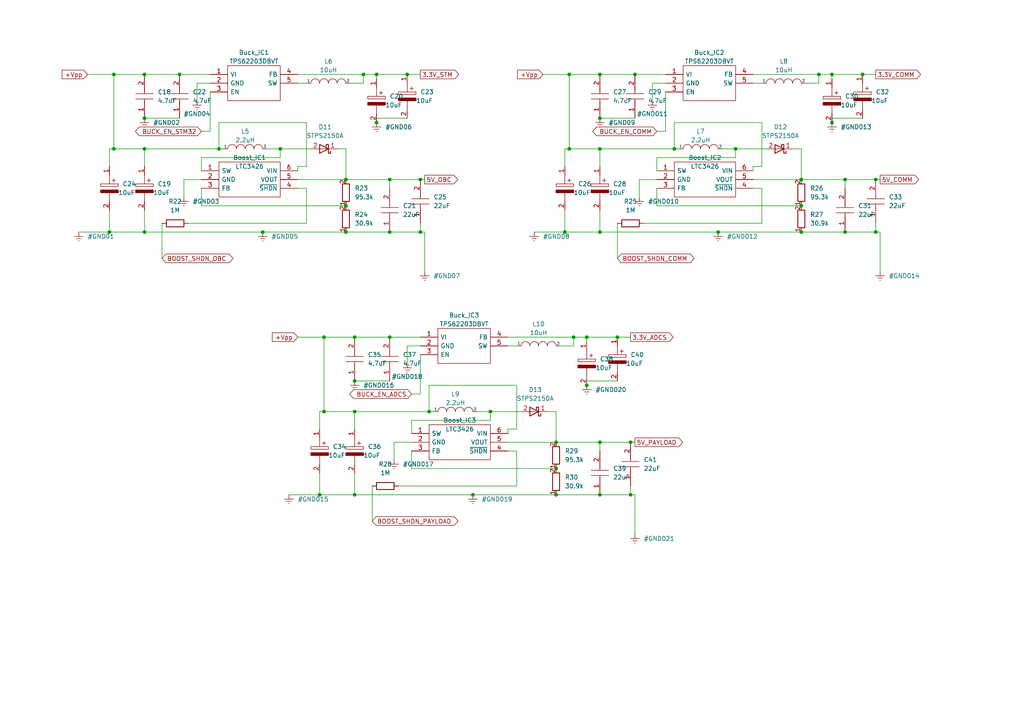
<source format=kicad_sch>
(kicad_sch (version 20230121) (generator eeschema)
  (paper "A4")
  (junction (at 250.19 21.59))
  (junction (at 173.99 43.18))
  (junction (at 245.11 67.31))
  (junction (at 137.16 143.51))
  (junction (at 232.41 52.07))
  (junction (at 109.22 21.59))
  (junction (at 81.28 43.18))
  (junction (at 245.11 52.07))
  (junction (at 102.87 110.49))
  (junction (at 173.99 143.51))
  (junction (at 213.36 43.18))
  (junction (at 237.49 21.59))
  (junction (at 173.99 128.27))
  (junction (at 161.29 135.89))
  (junction (at 93.98 97.79))
  (junction (at 173.99 34.29))
  (junction (at 113.03 52.07))
  (junction (at 142.24 119.38))
  (junction (at 170.18 111.76))
  (junction (at 182.88 128.27))
  (junction (at 63.5 43.18))
  (junction (at 52.07 21.59))
  (junction (at 121.92 67.31))
  (junction (at 100.33 52.07))
  (junction (at 173.99 21.59))
  (junction (at 92.71 143.51))
  (junction (at 100.33 67.31))
  (junction (at 102.87 143.51))
  (junction (at 118.11 21.59))
  (junction (at 163.83 67.31))
  (junction (at 165.1 21.59))
  (junction (at 41.91 21.59))
  (junction (at 41.91 34.29))
  (junction (at 76.2 67.31))
  (junction (at 100.33 59.69))
  (junction (at 232.41 59.69))
  (junction (at 166.37 97.79))
  (junction (at 113.03 67.31))
  (junction (at 31.75 67.31))
  (junction (at 241.3 35.56))
  (junction (at 93.98 119.38))
  (junction (at 102.87 97.79))
  (junction (at 232.41 67.31))
  (junction (at 184.15 21.59))
  (junction (at 124.46 119.38))
  (junction (at 179.07 97.79))
  (junction (at 109.22 35.56))
  (junction (at 105.41 21.59))
  (junction (at 195.58 43.18))
  (junction (at 161.29 143.51))
  (junction (at 33.02 21.59))
  (junction (at 121.92 52.07))
  (junction (at 208.28 67.31))
  (junction (at 41.91 43.18))
  (junction (at 161.29 128.27))
  (junction (at 41.91 67.31))
  (junction (at 254 52.07))
  (junction (at 254 67.31))
  (junction (at 113.03 97.79))
  (junction (at 170.18 97.79))
  (junction (at 165.1 43.18))
  (junction (at 241.3 21.59))
  (junction (at 182.88 143.51))
  (junction (at 33.02 43.18))
  (junction (at 102.87 119.38))
  (junction (at 173.99 67.31))
  (wire (pts (xy 165.1 21.59) (xy 165.1 43.18)))
  (wire (pts (xy 109.22 34.29) (xy 109.22 35.56)))
  (wire (pts (xy 119.38 135.89) (xy 161.29 135.89)))
  (wire (pts (xy 193.04 24.13) (xy 189.23 24.13)))
  (wire (pts (xy 254 52.07) (xy 255.27 52.07)))
  (wire (pts (xy 41.91 21.59) (xy 52.07 21.59)))
  (wire (pts (xy 109.22 21.59) (xy 118.11 21.59)))
  (wire (pts (xy 170.18 97.79) (xy 179.07 97.79)))
  (wire (pts (xy 163.83 60.96) (xy 163.83 67.31)))
  (wire (pts (xy 173.99 128.27) (xy 173.99 130.81)))
  (wire (pts (xy 161.29 143.51) (xy 173.99 143.51)))
  (wire (pts (xy 52.07 21.59) (xy 60.96 21.59)))
  (wire (pts (xy 147.32 125.73) (xy 147.32 124.46)))
  (wire (pts (xy 179.07 64.77) (xy 179.07 74.93)))
  (wire (pts (xy 208.28 67.31) (xy 232.41 67.31)))
  (wire (pts (xy 41.91 34.29) (xy 52.07 34.29)))
  (wire (pts (xy 109.22 21.59) (xy 109.22 22.86)))
  (wire (pts (xy 41.91 60.96) (xy 41.91 67.31)))
  (wire (pts (xy 86.36 21.59) (xy 105.41 21.59)))
  (wire (pts (xy 33.02 21.59) (xy 33.02 43.18)))
  (wire (pts (xy 165.1 43.18) (xy 173.99 43.18)))
  (wire (pts (xy 255.27 78.74) (xy 255.27 67.31)))
  (wire (pts (xy 60.96 38.1) (xy 58.42 38.1)))
  (wire (pts (xy 121.92 52.07) (xy 123.19 52.07)))
  (wire (pts (xy 195.58 43.18) (xy 196.85 43.18)))
  (wire (pts (xy 190.5 59.69) (xy 232.41 59.69)))
  (wire (pts (xy 163.83 48.26) (xy 163.83 43.18)))
  (wire (pts (xy 118.11 34.29) (xy 109.22 34.29)))
  (wire (pts (xy 102.87 119.38) (xy 102.87 124.46)))
  (wire (pts (xy 190.5 54.61) (xy 190.5 59.69)))
  (wire (pts (xy 173.99 143.51) (xy 182.88 143.51)))
  (wire (pts (xy 102.87 110.49) (xy 113.03 110.49)))
  (wire (pts (xy 182.88 128.27) (xy 184.15 128.27)))
  (wire (pts (xy 149.86 130.81) (xy 149.86 140.97)))
  (wire (pts (xy 147.32 130.81) (xy 149.86 130.81)))
  (wire (pts (xy 41.91 67.31) (xy 76.2 67.31)))
  (wire (pts (xy 93.98 97.79) (xy 102.87 97.79)))
  (wire (pts (xy 92.71 124.46) (xy 92.71 119.38)))
  (wire (pts (xy 92.71 143.51) (xy 102.87 143.51)))
  (wire (pts (xy 77.47 43.18) (xy 81.28 43.18)))
  (wire (pts (xy 86.36 24.13) (xy 88.9 24.13)))
  (wire (pts (xy 182.88 143.51) (xy 184.15 143.51)))
  (wire (pts (xy 218.44 21.59) (xy 237.49 21.59)))
  (wire (pts (xy 118.11 100.33) (xy 118.11 105.41)))
  (wire (pts (xy 88.9 54.61) (xy 88.9 64.77)))
  (wire (pts (xy 46.99 64.77) (xy 46.99 74.93)))
  (wire (pts (xy 63.5 35.56) (xy 63.5 43.18)))
  (wire (pts (xy 119.38 128.27) (xy 114.3 128.27)))
  (wire (pts (xy 92.71 137.16) (xy 92.71 143.51)))
  (wire (pts (xy 88.9 48.26) (xy 88.9 35.56)))
  (wire (pts (xy 33.02 43.18) (xy 41.91 43.18)))
  (wire (pts (xy 113.03 52.07) (xy 121.92 52.07)))
  (wire (pts (xy 220.98 48.26) (xy 220.98 35.56)))
  (wire (pts (xy 166.37 97.79) (xy 166.37 100.33)))
  (wire (pts (xy 254 64.77) (xy 254 67.31)))
  (wire (pts (xy 53.34 52.07) (xy 53.34 57.15)))
  (wire (pts (xy 161.29 119.38) (xy 161.29 128.27)))
  (wire (pts (xy 185.42 52.07) (xy 185.42 57.15)))
  (wire (pts (xy 165.1 21.59) (xy 173.99 21.59)))
  (wire (pts (xy 142.24 119.38) (xy 151.13 119.38)))
  (wire (pts (xy 147.32 97.79) (xy 166.37 97.79)))
  (wire (pts (xy 158.75 119.38) (xy 161.29 119.38)))
  (wire (pts (xy 184.15 154.94) (xy 184.15 143.51)))
  (wire (pts (xy 193.04 38.1) (xy 190.5 38.1)))
  (wire (pts (xy 250.19 21.59) (xy 254 21.59)))
  (wire (pts (xy 147.32 124.46) (xy 149.86 124.46)))
  (wire (pts (xy 31.75 43.18) (xy 33.02 43.18)))
  (wire (pts (xy 213.36 43.18) (xy 222.25 43.18)))
  (wire (pts (xy 190.5 45.72) (xy 213.36 45.72)))
  (wire (pts (xy 124.46 119.38) (xy 125.73 119.38)))
  (wire (pts (xy 193.04 26.67) (xy 193.04 38.1)))
  (wire (pts (xy 58.42 54.61) (xy 58.42 59.69)))
  (wire (pts (xy 220.98 35.56) (xy 195.58 35.56)))
  (wire (pts (xy 154.94 67.31) (xy 163.83 67.31)))
  (wire (pts (xy 25.4 21.59) (xy 33.02 21.59)))
  (wire (pts (xy 218.44 49.53) (xy 218.44 48.26)))
  (wire (pts (xy 237.49 21.59) (xy 237.49 24.13)))
  (wire (pts (xy 119.38 121.92) (xy 142.24 121.92)))
  (wire (pts (xy 58.42 49.53) (xy 58.42 45.72)))
  (wire (pts (xy 213.36 45.72) (xy 213.36 43.18)))
  (wire (pts (xy 31.75 48.26) (xy 31.75 43.18)))
  (wire (pts (xy 60.96 26.67) (xy 60.96 38.1)))
  (wire (pts (xy 102.87 143.51) (xy 137.16 143.51)))
  (wire (pts (xy 170.18 110.49) (xy 170.18 111.76)))
  (wire (pts (xy 147.32 100.33) (xy 149.86 100.33)))
  (wire (pts (xy 173.99 128.27) (xy 161.29 128.27)))
  (wire (pts (xy 218.44 54.61) (xy 220.98 54.61)))
  (wire (pts (xy 113.03 67.31) (xy 121.92 67.31)))
  (wire (pts (xy 63.5 43.18) (xy 64.77 43.18)))
  (wire (pts (xy 33.02 21.59) (xy 41.91 21.59)))
  (wire (pts (xy 163.83 67.31) (xy 173.99 67.31)))
  (wire (pts (xy 86.36 49.53) (xy 86.36 48.26)))
  (wire (pts (xy 58.42 52.07) (xy 53.34 52.07)))
  (wire (pts (xy 113.03 97.79) (xy 121.92 97.79)))
  (wire (pts (xy 101.6 24.13) (xy 105.41 24.13)))
  (wire (pts (xy 241.3 21.59) (xy 241.3 22.86)))
  (wire (pts (xy 173.99 43.18) (xy 195.58 43.18)))
  (wire (pts (xy 119.38 125.73) (xy 119.38 121.92)))
  (wire (pts (xy 88.9 64.77) (xy 54.61 64.77)))
  (wire (pts (xy 93.98 97.79) (xy 93.98 119.38)))
  (wire (pts (xy 100.33 43.18) (xy 100.33 52.07)))
  (wire (pts (xy 83.82 143.51) (xy 92.71 143.51)))
  (wire (pts (xy 118.11 21.59) (xy 121.92 21.59)))
  (wire (pts (xy 241.3 21.59) (xy 250.19 21.59)))
  (wire (pts (xy 58.42 45.72) (xy 81.28 45.72)))
  (wire (pts (xy 163.83 43.18) (xy 165.1 43.18)))
  (wire (pts (xy 162.56 100.33) (xy 166.37 100.33)))
  (wire (pts (xy 102.87 97.79) (xy 113.03 97.79)))
  (wire (pts (xy 123.19 78.74) (xy 123.19 67.31)))
  (wire (pts (xy 105.41 21.59) (xy 109.22 21.59)))
  (wire (pts (xy 22.86 67.31) (xy 31.75 67.31)))
  (wire (pts (xy 245.11 67.31) (xy 254 67.31)))
  (wire (pts (xy 60.96 24.13) (xy 57.15 24.13)))
  (wire (pts (xy 86.36 97.79) (xy 93.98 97.79)))
  (wire (pts (xy 241.3 34.29) (xy 241.3 35.56)))
  (wire (pts (xy 173.99 21.59) (xy 184.15 21.59)))
  (wire (pts (xy 41.91 43.18) (xy 63.5 43.18)))
  (wire (pts (xy 195.58 35.56) (xy 195.58 43.18)))
  (wire (pts (xy 220.98 64.77) (xy 186.69 64.77)))
  (wire (pts (xy 97.79 43.18) (xy 100.33 43.18)))
  (wire (pts (xy 232.41 43.18) (xy 232.41 52.07)))
  (wire (pts (xy 86.36 48.26) (xy 88.9 48.26)))
  (wire (pts (xy 245.11 52.07) (xy 245.11 54.61)))
  (wire (pts (xy 86.36 52.07) (xy 100.33 52.07)))
  (wire (pts (xy 254 67.31) (xy 255.27 67.31)))
  (wire (pts (xy 58.42 59.69) (xy 100.33 59.69)))
  (wire (pts (xy 179.07 97.79) (xy 182.88 97.79)))
  (wire (pts (xy 218.44 52.07) (xy 232.41 52.07)))
  (wire (pts (xy 31.75 60.96) (xy 31.75 67.31)))
  (wire (pts (xy 190.5 52.07) (xy 185.42 52.07)))
  (wire (pts (xy 114.3 128.27) (xy 114.3 133.35)))
  (wire (pts (xy 190.5 49.53) (xy 190.5 45.72)))
  (wire (pts (xy 124.46 111.76) (xy 124.46 119.38)))
  (wire (pts (xy 93.98 119.38) (xy 102.87 119.38)))
  (wire (pts (xy 138.43 119.38) (xy 142.24 119.38)))
  (wire (pts (xy 142.24 121.92) (xy 142.24 119.38)))
  (wire (pts (xy 245.11 52.07) (xy 254 52.07)))
  (wire (pts (xy 220.98 54.61) (xy 220.98 64.77)))
  (wire (pts (xy 184.15 21.59) (xy 193.04 21.59)))
  (wire (pts (xy 105.41 21.59) (xy 105.41 24.13)))
  (wire (pts (xy 92.71 119.38) (xy 93.98 119.38)))
  (wire (pts (xy 100.33 67.31) (xy 113.03 67.31)))
  (wire (pts (xy 218.44 24.13) (xy 220.98 24.13)))
  (wire (pts (xy 173.99 128.27) (xy 182.88 128.27)))
  (wire (pts (xy 166.37 97.79) (xy 170.18 97.79)))
  (wire (pts (xy 147.32 128.27) (xy 161.29 128.27)))
  (wire (pts (xy 121.92 102.87) (xy 121.92 114.3)))
  (wire (pts (xy 31.75 67.31) (xy 41.91 67.31)))
  (wire (pts (xy 41.91 43.18) (xy 41.91 48.26)))
  (wire (pts (xy 76.2 67.31) (xy 100.33 67.31)))
  (wire (pts (xy 229.87 43.18) (xy 232.41 43.18)))
  (wire (pts (xy 121.92 100.33) (xy 118.11 100.33)))
  (wire (pts (xy 107.95 140.97) (xy 107.95 151.13)))
  (wire (pts (xy 121.92 114.3) (xy 119.38 114.3)))
  (wire (pts (xy 173.99 43.18) (xy 173.99 48.26)))
  (wire (pts (xy 233.68 24.13) (xy 237.49 24.13)))
  (wire (pts (xy 182.88 140.97) (xy 182.88 143.51)))
  (wire (pts (xy 121.92 67.31) (xy 123.19 67.31)))
  (wire (pts (xy 113.03 52.07) (xy 100.33 52.07)))
  (wire (pts (xy 209.55 43.18) (xy 213.36 43.18)))
  (wire (pts (xy 218.44 48.26) (xy 220.98 48.26)))
  (wire (pts (xy 86.36 54.61) (xy 88.9 54.61)))
  (wire (pts (xy 81.28 43.18) (xy 90.17 43.18)))
  (wire (pts (xy 245.11 52.07) (xy 232.41 52.07)))
  (wire (pts (xy 149.86 124.46) (xy 149.86 111.76)))
  (wire (pts (xy 173.99 60.96) (xy 173.99 67.31)))
  (wire (pts (xy 149.86 140.97) (xy 115.57 140.97)))
  (wire (pts (xy 173.99 67.31) (xy 208.28 67.31)))
  (wire (pts (xy 189.23 24.13) (xy 189.23 29.21)))
  (wire (pts (xy 157.48 21.59) (xy 165.1 21.59)))
  (wire (pts (xy 113.03 52.07) (xy 113.03 54.61)))
  (wire (pts (xy 237.49 21.59) (xy 241.3 21.59)))
  (wire (pts (xy 121.92 64.77) (xy 121.92 67.31)))
  (wire (pts (xy 57.15 24.13) (xy 57.15 29.21)))
  (wire (pts (xy 102.87 137.16) (xy 102.87 143.51)))
  (wire (pts (xy 232.41 67.31) (xy 245.11 67.31)))
  (wire (pts (xy 173.99 34.29) (xy 184.15 34.29)))
  (wire (pts (xy 88.9 35.56) (xy 63.5 35.56)))
  (wire (pts (xy 102.87 119.38) (xy 124.46 119.38)))
  (wire (pts (xy 119.38 130.81) (xy 119.38 135.89)))
  (wire (pts (xy 250.19 34.29) (xy 241.3 34.29)))
  (wire (pts (xy 179.07 110.49) (xy 170.18 110.49)))
  (wire (pts (xy 149.86 111.76) (xy 124.46 111.76)))
  (wire (pts (xy 81.28 45.72) (xy 81.28 43.18)))
  (wire (pts (xy 170.18 97.79) (xy 170.18 99.06)))
  (wire (pts (xy 137.16 143.51) (xy 161.29 143.51)))
  (global_label "+Vpp" (shape input) (at 86.36 97.79 180) (property "Intersheetrefs" "${INTERSHEET_REFS}" (effects hide)))
  (global_label "5V_COMM" (shape output) (at 255.27 52.07 0) (property "Intersheetrefs" "${INTERSHEET_REFS}" (effects hide)))
  (global_label "+Vpp" (shape input) (at 157.48 21.59 180) (property "Intersheetrefs" "${INTERSHEET_REFS}" (effects hide)))
  (global_label "5V_OBC" (shape output) (at 123.19 52.07 0) (property "Intersheetrefs" "${INTERSHEET_REFS}" (effects hide)))
  (global_label "BOOST_SHDN_COMM" (shape bidirectional) (at 179.07 74.93 0) (property "Intersheetrefs" "${INTERSHEET_REFS}" (effects hide)))
  (global_label "5V_PAYLOAD" (shape output) (at 184.15 128.27 0) (property "Intersheetrefs" "${INTERSHEET_REFS}" (effects hide)))
  (global_label "BUCK_EN_ADCS" (shape bidirectional) (at 119.38 114.3 180) (property "Intersheetrefs" "${INTERSHEET_REFS}" (effects hide)))
  (global_label "3.3V_STM" (shape output) (at 121.92 21.59 0) (property "Intersheetrefs" "${INTERSHEET_REFS}" (effects hide)))
  (global_label "3.3V_COMM" (shape output) (at 254 21.59 0) (property "Intersheetrefs" "${INTERSHEET_REFS}" (effects hide)))
  (global_label "+Vpp" (shape input) (at 25.4 21.59 180) (property "Intersheetrefs" "${INTERSHEET_REFS}" (effects hide)))
  (global_label "BOOST_SHDN_PAYLOAD" (shape bidirectional) (at 107.95 151.13 0) (property "Intersheetrefs" "${INTERSHEET_REFS}" (effects hide)))
  (global_label "BOOST_SHDN_OBC" (shape bidirectional) (at 46.99 74.93 0) (property "Intersheetrefs" "${INTERSHEET_REFS}" (effects hide)))
  (global_label "BUCK_EN_COMM" (shape bidirectional) (at 190.5 38.1 180) (property "Intersheetrefs" "${INTERSHEET_REFS}" (effects hide)))
  (global_label "3.3V_ADCS" (shape output) (at 182.88 97.79 0) (property "Intersheetrefs" "${INTERSHEET_REFS}" (effects hide)))
  (global_label "BUCK_EN_STM32" (shape bidirectional) (at 58.42 38.1 180) (property "Intersheetrefs" "${INTERSHEET_REFS}" (effects hide)))
  (symbol (lib_id "Device:R") (at 50.8 64.77 270) (unit 1)
    (property "Reference" "R22" (at 50.8 58.42 90))
    (property "Value" "1M" (at 50.8 60.96 90))
    (property "Footprint" "Resistor_SMD:R_0805_2012Metric_Pad1.20x1.40mm_HandSolder" (effects hide))
    (instances (project "FinalBoardCircuits" (path "" (reference "R22") (unit 1))) (project "pcb" (path "" (reference "R2") (unit 1))) (project "1" (path "" (reference "R3") (unit 1))))
  )
  (symbol (lib_id "cap22uf:ZRB18AR61A226ME01L") (at 254 64.77 90) (unit 1)
    (property "Reference" "C33" (at 257.81 57.1499 90) (effects (justify right)))
    (property "Value" "22uF" (at 257.81 59.6899 90) (effects (justify right)))
    (property "Footprint" "Capacitor_SMD:C_0805_2012Metric_Pad1.18x1.45mm_HandSolder" (effects hide))
    (property "Datasheet" "https://datasheet.datasheetarchive.com/originals/distributors/DKDS-10/192994.pdf" (effects hide))
    (property "Description" "Murata 0603 B 22uF Ceramic Multilayer Capacitor, 10 V dc, +85C, X5R Dielectric, +/-20%" (effects hide))
    (property "Height" "1.2" (effects hide))
    (property "Mouser Part Number" "81-ZRB18AR61A226ME1L" (effects hide))
    (property "Mouser Price/Stock" "https://www.mouser.co.uk/ProductDetail/Murata-Electronics/ZRB18AR61A226ME01L?qs=5aG0NVq1C4zcCU98as8CPQ%3D%3D" (effects hide))
    (property "Manufacturer_Name" "Murata Electronics" (effects hide))
    (property "Manufacturer_Part_Number" "ZRB18AR61A226ME01L" (effects hide))
    (instances (project "FinalBoardCircuits" (path "" (reference "C33") (unit 1))) (project "pcb" (path "" (reference "C4") (unit 1))) (project "1" (path "" (reference "C2") (unit 1))))
  )
  (symbol (lib_id "Device:D_Schottky") (at 93.98 43.18 180) (unit 1)
    (property "Reference" "D11" (at 94.2975 36.83 0))
    (property "Value" "STPS2150A" (at 94.2975 39.37 0))
    (property "Footprint" "myfootprints:STPS2150A" (effects hide))
    (instances (project "FinalBoardCircuits" (path "" (reference "D11") (unit 1))) (project "pcb" (path "" (reference "D4") (unit 1))) (project "1" (path "" (reference "D1") (unit 1))))
  )
  (symbol (lib_id "Cap 4.7uf:C1210C475K4RACAUTO") (at 113.03 110.49 90) (unit 1)
    (property "Reference" "C37" (at 116.84 102.8699 90) (effects (justify right)))
    (property "Value" "4.7uF" (at 116.84 105.4099 90) (effects (justify right)))
    (property "Footprint" "Capacitor_SMD:C_0805_2012Metric_Pad1.18x1.45mm_HandSolder" (effects hide))
    (property "Datasheet" "https://content.kemet.com/datasheets/KEM_C1023_X7R_AUTO_SMD.pdf" (effects hide))
    (property "Description" "SMD Auto X7R, Ceramic, 4.7 uF, 10%, 16 VDC, 40 VDC, 125C, -55C, X7R, SMD, MLCC, Temperature Stable, Automotive Grade, 3.5 % , 106.4 MOhms, 40 mg, 1210, 3.2mm, 2.5mm, 0.9mm, 0.5mm, 4000, 78  Weeks, 80" (effects hide))
    (property "Mouser Part Number" "80-C1210C475K4RAUTO" (effects hide))
    (property "Mouser Price/Stock" "https://www.mouser.co.uk/ProductDetail/KEMET/C1210C475K4RACAUTO?qs=ds50AKTGxA%252BKRDrrpcR4kg%3D%3D" (effects hide))
    (property "Manufacturer_Name" "KEMET" (effects hide))
    (property "Manufacturer_Part_Number" "C1210C475K4RACAUTO" (effects hide))
    (instances (project "FinalBoardCircuits" (path "" (reference "C37") (unit 1))) (project "pcb" (path "" (reference "C1") (unit 1))) (project "1" (path "" (reference "C3") (unit 1))))
  )
  (symbol (lib_id "Device:R") (at 182.88 64.77 270) (unit 1)
    (property "Reference" "R25" (at 182.88 58.42 90))
    (property "Value" "1M" (at 182.88 60.96 90))
    (property "Footprint" "Resistor_SMD:R_0805_2012Metric_Pad1.20x1.40mm_HandSolder" (effects hide))
    (instances (project "FinalBoardCircuits" (path "" (reference "R25") (unit 1))) (project "pcb" (path "" (reference "R2") (unit 1))) (project "1" (path "" (reference "R3") (unit 1))))
  )
  (symbol (lib_id "pspice:INDUCTOR") (at 95.25 24.13 0) (unit 1)
    (property "Reference" "L6" (at 95.25 17.78 0))
    (property "Value" "10uH" (at 95.25 20.32 0))
    (property "Footprint" "myfootprints:B82442T1103K050" (effects hide))
    (instances (project "FinalBoardCircuits" (path "" (reference "L6") (unit 1))) (project "pcb" (path "" (reference "L4") (unit 1))) (project "1" (path "" (reference "L2") (unit 1))))
  )
  (symbol (lib_id "power:Earth") (at 118.11 105.41 0) (unit 1)
    (property "Reference" "#GND018" (at 118.11 109.22 0))
    (property "Value" "Earth" (effects hide))
    (instances (project "FinalBoardCircuits" (path "" (reference "#GND018") (unit 1))) (project "pcb" (path "" (reference "#GND06") (unit 1))) (project "1" (path "" (reference "#GND03") (unit 1))))
  )
  (symbol (lib_id "pspice:INDUCTOR") (at 132.08 119.38 0) (unit 1)
    (property "Reference" "L9" (at 132.08 114.3 0))
    (property "Value" "2.2uH" (at 132.08 116.84 0))
    (property "Footprint" "Inductor_SMD:L_0805_2012Metric_Pad1.05x1.20mm_HandSolder" (effects hide))
    (instances (project "FinalBoardCircuits" (path "" (reference "L9") (unit 1))) (project "pcb" (path "" (reference "L1") (unit 1))) (project "1" (path "" (reference "L1") (unit 1))))
  )
  (symbol (lib_id "EXTRAs:AFK106M35C12T-F") (at 109.22 22.86 270) (unit 1)
    (property "Reference" "C20" (at 113.03 27.9399 90) (effects (justify left)))
    (property "Value" "10uF" (at 111.76 30.48 90) (effects (justify left)))
    (property "Footprint" "Capacitor_SMD:C_0805_2012Metric_Pad1.18x1.45mm_HandSolder" (effects hide))
    (property "Datasheet" "http://www.cde.com/resources/catalogs/AFK.pdf" (effects hide))
    (property "Description" "Cap Aluminum Lytic 10uF 35V 20% (5 X 5.8mm) SMD 0.7 Ohm 160mA 2000h 105C T/R" (effects hide))
    (property "Height" "6.1" (effects hide))
    (property "Mouser Part Number" "598-AFK106M35C12T-F" (effects hide))
    (property "Mouser Price/Stock" "https://www.mouser.co.uk/ProductDetail/Cornell-Dubilier-CDE/AFK106M35C12T-F?qs=AYHylYxnIynAqk5QKPbEdQ%3D%3D" (effects hide))
    (property "Manufacturer_Name" "Cornell Dubilier" (effects hide))
    (property "Manufacturer_Part_Number" "AFK106M35C12T-F" (effects hide))
    (instances (project "FinalBoardCircuits" (path "" (reference "C20") (unit 1))) (project "pcb" (path "" (reference "C3") (unit 1))) (project "1" (path "" (reference "C4") (unit 1))))
  )
  (symbol (lib_id "pspice:INDUCTOR") (at 71.12 43.18 0) (unit 1)
    (property "Reference" "L5" (at 71.12 38.1 0))
    (property "Value" "2.2uH" (at 71.12 40.64 0))
    (property "Footprint" "Inductor_SMD:L_0805_2012Metric_Pad1.05x1.20mm_HandSolder" (effects hide))
    (instances (project "FinalBoardCircuits" (path "" (reference "L5") (unit 1))) (project "pcb" (path "" (reference "L1") (unit 1))) (project "1" (path "" (reference "L1") (unit 1))))
  )
  (symbol (lib_id "power:Earth") (at 123.19 78.74 0) (unit 1)
    (property "Reference" "#GND07" (at 125.73 80.0099 0) (effects (justify left)))
    (property "Value" "Earth" (effects hide))
    (instances (project "FinalBoardCircuits" (path "" (reference "#GND07") (unit 1))) (project "pcb" (path "" (reference "#GND09") (unit 1))) (project "1" (path "" (reference "#GND011") (unit 1))))
  )
  (symbol (lib_id "EXTRAs:AFK106M35C12T-F") (at 170.18 99.06 270) (unit 1)
    (property "Reference" "C38" (at 173.99 104.1399 90) (effects (justify left)))
    (property "Value" "10uF" (at 172.72 106.68 90) (effects (justify left)))
    (property "Footprint" "Capacitor_SMD:C_0805_2012Metric_Pad1.18x1.45mm_HandSolder" (effects hide))
    (property "Datasheet" "http://www.cde.com/resources/catalogs/AFK.pdf" (effects hide))
    (property "Description" "Cap Aluminum Lytic 10uF 35V 20% (5 X 5.8mm) SMD 0.7 Ohm 160mA 2000h 105C T/R" (effects hide))
    (property "Height" "6.1" (effects hide))
    (property "Mouser Part Number" "598-AFK106M35C12T-F" (effects hide))
    (property "Mouser Price/Stock" "https://www.mouser.co.uk/ProductDetail/Cornell-Dubilier-CDE/AFK106M35C12T-F?qs=AYHylYxnIynAqk5QKPbEdQ%3D%3D" (effects hide))
    (property "Manufacturer_Name" "Cornell Dubilier" (effects hide))
    (property "Manufacturer_Part_Number" "AFK106M35C12T-F" (effects hide))
    (instances (project "FinalBoardCircuits" (path "" (reference "C38") (unit 1))) (project "pcb" (path "" (reference "C3") (unit 1))) (project "1" (path "" (reference "C4") (unit 1))))
  )
  (symbol (lib_name "R_1") (lib_id "Device:R") (at 100.33 55.88 180) (unit 1)
    (property "Reference" "R23" (at 102.87 54.6099 0) (effects (justify right)))
    (property "Value" "95.3k" (at 102.87 57.1499 0) (effects (justify right)))
    (property "Footprint" "Resistor_SMD:R_0805_2012Metric_Pad1.20x1.40mm_HandSolder" (effects hide))
    (instances (project "FinalBoardCircuits" (path "" (reference "R23") (unit 1))) (project "pcb" (path "" (reference "R3") (unit 1))) (project "1" (path "" (reference "R1") (unit 1))))
  )
  (symbol (lib_id "power:Earth") (at 184.15 154.94 0) (unit 1)
    (property "Reference" "#GND021" (at 186.69 156.2099 0) (effects (justify left)))
    (property "Value" "Earth" (effects hide))
    (instances (project "FinalBoardCircuits" (path "" (reference "#GND021") (unit 1))) (project "pcb" (path "" (reference "#GND09") (unit 1))) (project "1" (path "" (reference "#GND011") (unit 1))))
  )
  (symbol (lib_id "EXTRAs:AFK106M35C12T-F") (at 118.11 21.59 270) (unit 1)
    (property "Reference" "C23" (at 121.92 26.6699 90) (effects (justify left)))
    (property "Value" "10uF" (at 120.65 29.21 90) (effects (justify left)))
    (property "Footprint" "Capacitor_SMD:C_0805_2012Metric_Pad1.18x1.45mm_HandSolder" (effects hide))
    (property "Datasheet" "http://www.cde.com/resources/catalogs/AFK.pdf" (effects hide))
    (property "Description" "Cap Aluminum Lytic 10uF 35V 20% (5 X 5.8mm) SMD 0.7 Ohm 160mA 2000h 105C T/R" (effects hide))
    (property "Height" "6.1" (effects hide))
    (property "Mouser Part Number" "598-AFK106M35C12T-F" (effects hide))
    (property "Mouser Price/Stock" "https://www.mouser.co.uk/ProductDetail/Cornell-Dubilier-CDE/AFK106M35C12T-F?qs=AYHylYxnIynAqk5QKPbEdQ%3D%3D" (effects hide))
    (property "Manufacturer_Name" "Cornell Dubilier" (effects hide))
    (property "Manufacturer_Part_Number" "AFK106M35C12T-F" (effects hide))
    (instances (project "FinalBoardCircuits" (path "" (reference "C23") (unit 1))) (project "pcb" (path "" (reference "C3") (unit 1))) (project "1" (path "" (reference "C4") (unit 1))))
  )
  (symbol (lib_id "Cap 4.7uf:C1210C475K4RACAUTO") (at 102.87 110.49 90) (unit 1)
    (property "Reference" "C35" (at 106.68 102.8699 90) (effects (justify right)))
    (property "Value" "4.7uF" (at 106.68 105.4099 90) (effects (justify right)))
    (property "Footprint" "Capacitor_SMD:C_0805_2012Metric_Pad1.18x1.45mm_HandSolder" (effects hide))
    (property "Datasheet" "https://content.kemet.com/datasheets/KEM_C1023_X7R_AUTO_SMD.pdf" (effects hide))
    (property "Description" "SMD Auto X7R, Ceramic, 4.7 uF, 10%, 16 VDC, 40 VDC, 125C, -55C, X7R, SMD, MLCC, Temperature Stable, Automotive Grade, 3.5 % , 106.4 MOhms, 40 mg, 1210, 3.2mm, 2.5mm, 0.9mm, 0.5mm, 4000, 78  Weeks, 80" (effects hide))
    (property "Mouser Part Number" "80-C1210C475K4RAUTO" (effects hide))
    (property "Mouser Price/Stock" "https://www.mouser.co.uk/ProductDetail/KEMET/C1210C475K4RACAUTO?qs=ds50AKTGxA%252BKRDrrpcR4kg%3D%3D" (effects hide))
    (property "Manufacturer_Name" "KEMET" (effects hide))
    (property "Manufacturer_Part_Number" "C1210C475K4RACAUTO" (effects hide))
    (instances (project "FinalBoardCircuits" (path "" (reference "C35") (unit 1))) (project "pcb" (path "" (reference "C1") (unit 1))) (project "1" (path "" (reference "C3") (unit 1))))
  )
  (symbol (lib_id "EXTRAs:AFK106M35C12T-F") (at 250.19 21.59 270) (unit 1)
    (property "Reference" "C32" (at 254 26.6699 90) (effects (justify left)))
    (property "Value" "10uF" (at 252.73 29.21 90) (effects (justify left)))
    (property "Footprint" "Capacitor_SMD:C_0805_2012Metric_Pad1.18x1.45mm_HandSolder" (effects hide))
    (property "Datasheet" "http://www.cde.com/resources/catalogs/AFK.pdf" (effects hide))
    (property "Description" "Cap Aluminum Lytic 10uF 35V 20% (5 X 5.8mm) SMD 0.7 Ohm 160mA 2000h 105C T/R" (effects hide))
    (property "Height" "6.1" (effects hide))
    (property "Mouser Part Number" "598-AFK106M35C12T-F" (effects hide))
    (property "Mouser Price/Stock" "https://www.mouser.co.uk/ProductDetail/Cornell-Dubilier-CDE/AFK106M35C12T-F?qs=AYHylYxnIynAqk5QKPbEdQ%3D%3D" (effects hide))
    (property "Manufacturer_Name" "Cornell Dubilier" (effects hide))
    (property "Manufacturer_Part_Number" "AFK106M35C12T-F" (effects hide))
    (instances (project "FinalBoardCircuits" (path "" (reference "C32") (unit 1))) (project "pcb" (path "" (reference "C3") (unit 1))) (project "1" (path "" (reference "C4") (unit 1))))
  )
  (symbol (lib_id "Device:D_Schottky") (at 154.94 119.38 180) (unit 1)
    (property "Reference" "D13" (at 155.2575 113.03 0))
    (property "Value" "STPS2150A" (at 155.2575 115.57 0))
    (property "Footprint" "myfootprints:STPS2150A" (effects hide))
    (instances (project "FinalBoardCircuits" (path "" (reference "D13") (unit 1))) (project "pcb" (path "" (reference "D4") (unit 1))) (project "1" (path "" (reference "D1") (unit 1))))
  )
  (symbol (lib_id "Cap 4.7uf:C1210C475K4RACAUTO") (at 41.91 34.29 90) (unit 1)
    (property "Reference" "C18" (at 45.72 26.6699 90) (effects (justify right)))
    (property "Value" "4.7uF" (at 45.72 29.2099 90) (effects (justify right)))
    (property "Footprint" "Capacitor_SMD:C_0805_2012Metric_Pad1.18x1.45mm_HandSolder" (effects hide))
    (property "Datasheet" "https://content.kemet.com/datasheets/KEM_C1023_X7R_AUTO_SMD.pdf" (effects hide))
    (property "Description" "SMD Auto X7R, Ceramic, 4.7 uF, 10%, 16 VDC, 40 VDC, 125C, -55C, X7R, SMD, MLCC, Temperature Stable, Automotive Grade, 3.5 % , 106.4 MOhms, 40 mg, 1210, 3.2mm, 2.5mm, 0.9mm, 0.5mm, 4000, 78  Weeks, 80" (effects hide))
    (property "Mouser Part Number" "80-C1210C475K4RAUTO" (effects hide))
    (property "Mouser Price/Stock" "https://www.mouser.co.uk/ProductDetail/KEMET/C1210C475K4RACAUTO?qs=ds50AKTGxA%252BKRDrrpcR4kg%3D%3D" (effects hide))
    (property "Manufacturer_Name" "KEMET" (effects hide))
    (property "Manufacturer_Part_Number" "C1210C475K4RACAUTO" (effects hide))
    (instances (project "FinalBoardCircuits" (path "" (reference "C18") (unit 1))) (project "pcb" (path "" (reference "C1") (unit 1))) (project "1" (path "" (reference "C3") (unit 1))))
  )
  (symbol (lib_id "power:Earth") (at 41.91 34.29 0) (unit 1)
    (property "Reference" "#GND02" (at 44.45 35.5599 0) (effects (justify left)))
    (property "Value" "Earth" (effects hide))
    (instances (project "FinalBoardCircuits" (path "" (reference "#GND02") (unit 1))) (project "pcb" (path "" (reference "#GND04") (unit 1))) (project "1" (path "" (reference "#GND01") (unit 1))))
  )
  (symbol (lib_id "Device:R") (at 111.76 140.97 270) (unit 1)
    (property "Reference" "R28" (at 111.76 134.62 90))
    (property "Value" "1M" (at 111.76 137.16 90))
    (property "Footprint" "Resistor_SMD:R_0805_2012Metric_Pad1.20x1.40mm_HandSolder" (effects hide))
    (instances (project "FinalBoardCircuits" (path "" (reference "R28") (unit 1))) (project "pcb" (path "" (reference "R2") (unit 1))) (project "1" (path "" (reference "R3") (unit 1))))
  )
  (symbol (lib_id "pspice:INDUCTOR") (at 227.33 24.13 0) (unit 1)
    (property "Reference" "L8" (at 227.33 17.78 0))
    (property "Value" "10uH" (at 227.33 20.32 0))
    (property "Footprint" "myfootprints:B82442T1103K050" (effects hide))
    (instances (project "FinalBoardCircuits" (path "" (reference "L8") (unit 1))) (project "pcb" (path "" (reference "L4") (unit 1))) (project "1" (path "" (reference "L2") (unit 1))))
  )
  (symbol (lib_id "power:Earth") (at 83.82 143.51 0) (unit 1)
    (property "Reference" "#GND015" (at 86.36 144.7799 0) (effects (justify left)))
    (property "Value" "Earth" (effects hide))
    (instances (project "FinalBoardCircuits" (path "" (reference "#GND015") (unit 1))) (project "pcb" (path "" (reference "#GND026") (unit 1))) (project "1" (path "" (reference "#GND011") (unit 1))))
  )
  (symbol (lib_id "power:Earth") (at 76.2 67.31 0) (unit 1)
    (property "Reference" "#GND05" (at 78.74 68.5799 0) (effects (justify left)))
    (property "Value" "Earth" (effects hide))
    (instances (project "FinalBoardCircuits" (path "" (reference "#GND05") (unit 1))) (project "pcb" (path "" (reference "#GND07") (unit 1))) (project "1" (path "" (reference "#GND04") (unit 1))))
  )
  (symbol (lib_id "power:Earth") (at 154.94 67.31 0) (unit 1)
    (property "Reference" "#GND08" (at 157.48 68.5799 0) (effects (justify left)))
    (property "Value" "Earth" (effects hide))
    (instances (project "FinalBoardCircuits" (path "" (reference "#GND08") (unit 1))) (project "pcb" (path "" (reference "#GND026") (unit 1))) (project "1" (path "" (reference "#GND011") (unit 1))))
  )
  (symbol (lib_id "cap22uf:ZRB18AR61A226ME01L") (at 182.88 140.97 90) (unit 1)
    (property "Reference" "C41" (at 186.69 133.3499 90) (effects (justify right)))
    (property "Value" "22uF" (at 186.69 135.8899 90) (effects (justify right)))
    (property "Footprint" "Capacitor_SMD:C_0805_2012Metric_Pad1.18x1.45mm_HandSolder" (effects hide))
    (property "Datasheet" "https://datasheet.datasheetarchive.com/originals/distributors/DKDS-10/192994.pdf" (effects hide))
    (property "Description" "Murata 0603 B 22uF Ceramic Multilayer Capacitor, 10 V dc, +85C, X5R Dielectric, +/-20%" (effects hide))
    (property "Height" "1.2" (effects hide))
    (property "Mouser Part Number" "81-ZRB18AR61A226ME1L" (effects hide))
    (property "Mouser Price/Stock" "https://www.mouser.co.uk/ProductDetail/Murata-Electronics/ZRB18AR61A226ME01L?qs=5aG0NVq1C4zcCU98as8CPQ%3D%3D" (effects hide))
    (property "Manufacturer_Name" "Murata Electronics" (effects hide))
    (property "Manufacturer_Part_Number" "ZRB18AR61A226ME01L" (effects hide))
    (instances (project "FinalBoardCircuits" (path "" (reference "C41") (unit 1))) (project "pcb" (path "" (reference "C4") (unit 1))) (project "1" (path "" (reference "C2") (unit 1))))
  )
  (symbol (lib_id "boost sat:LTC3426ES6#TRMPBF") (at 190.5 49.53 0) (unit 1)
    (property "Reference" "Boost_IC2" (at 204.47 45.72 0))
    (property "Value" "LTC3426" (at 204.47 48.26 0))
    (property "Footprint" "NaveenSymbols:SOT95P280X90-6N" (effects hide))
    (property "Datasheet" "https://componentsearchengine.com/Datasheets/1/LTC3426ES6#TRMPBF.pdf" (effects hide))
    (property "Description" "Linear Technology LTC3426ES6#TRMPBF, Step Up DC-DC Converter, Adjustable, 2.25  5 V 6-Pin, TSOT-23" (effects hide))
    (property "Height" "0.9" (effects hide))
    (property "Mouser Part Number" "584-LTC3426ES6TRMPBF" (effects hide))
    (property "Mouser Price/Stock" "https://www.mouser.com/Search/Refine.aspx?Keyword=584-LTC3426ES6TRMPBF" (effects hide))
    (property "Manufacturer_Name" "Analog Devices" (effects hide))
    (property "Manufacturer_Part_Number" "LTC3426ES6#TRMPBF" (effects hide))
    (instances (project "FinalBoardCircuits" (path "" (reference "Boost_IC2") (unit 1))) (project "pcb" (path "" (reference "Boost_IC1") (unit 1))) (project "1" (path "" (reference "Boost_IC1") (unit 1))))
  )
  (symbol (lib_id "pspice:INDUCTOR") (at 203.2 43.18 0) (unit 1)
    (property "Reference" "L7" (at 203.2 38.1 0))
    (property "Value" "2.2uH" (at 203.2 40.64 0))
    (property "Footprint" "Inductor_SMD:L_0805_2012Metric_Pad1.05x1.20mm_HandSolder" (effects hide))
    (instances (project "FinalBoardCircuits" (path "" (reference "L7") (unit 1))) (project "pcb" (path "" (reference "L1") (unit 1))) (project "1" (path "" (reference "L1") (unit 1))))
  )
  (symbol (lib_id "power:Earth") (at 208.28 67.31 0) (unit 1)
    (property "Reference" "#GND012" (at 210.82 68.5799 0) (effects (justify left)))
    (property "Value" "Earth" (effects hide))
    (instances (project "FinalBoardCircuits" (path "" (reference "#GND012") (unit 1))) (project "pcb" (path "" (reference "#GND07") (unit 1))) (project "1" (path "" (reference "#GND04") (unit 1))))
  )
  (symbol (lib_id "power:Earth") (at 241.3 35.56 0) (unit 1)
    (property "Reference" "#GND013" (at 243.84 36.8299 0) (effects (justify left)))
    (property "Value" "Earth" (effects hide))
    (instances (project "FinalBoardCircuits" (path "" (reference "#GND013") (unit 1))) (project "pcb" (path "" (reference "#GND08") (unit 1))) (project "1" (path "" (reference "#GND05") (unit 1))))
  )
  (symbol (lib_id "EXTRAs:AFK106M35C12T-F") (at 241.3 22.86 270) (unit 1)
    (property "Reference" "C30" (at 245.11 27.9399 90) (effects (justify left)))
    (property "Value" "10uF" (at 243.84 30.48 90) (effects (justify left)))
    (property "Footprint" "Capacitor_SMD:C_0805_2012Metric_Pad1.18x1.45mm_HandSolder" (effects hide))
    (property "Datasheet" "http://www.cde.com/resources/catalogs/AFK.pdf" (effects hide))
    (property "Description" "Cap Aluminum Lytic 10uF 35V 20% (5 X 5.8mm) SMD 0.7 Ohm 160mA 2000h 105C T/R" (effects hide))
    (property "Height" "6.1" (effects hide))
    (property "Mouser Part Number" "598-AFK106M35C12T-F" (effects hide))
    (property "Mouser Price/Stock" "https://www.mouser.co.uk/ProductDetail/Cornell-Dubilier-CDE/AFK106M35C12T-F?qs=AYHylYxnIynAqk5QKPbEdQ%3D%3D" (effects hide))
    (property "Manufacturer_Name" "Cornell Dubilier" (effects hide))
    (property "Manufacturer_Part_Number" "AFK106M35C12T-F" (effects hide))
    (instances (project "FinalBoardCircuits" (path "" (reference "C30") (unit 1))) (project "pcb" (path "" (reference "C3") (unit 1))) (project "1" (path "" (reference "C4") (unit 1))))
  )
  (symbol (lib_id "power:Earth") (at 255.27 78.74 0) (unit 1)
    (property "Reference" "#GND014" (at 257.81 80.0099 0) (effects (justify left)))
    (property "Value" "Earth" (effects hide))
    (instances (project "FinalBoardCircuits" (path "" (reference "#GND014") (unit 1))) (project "pcb" (path "" (reference "#GND09") (unit 1))) (project "1" (path "" (reference "#GND011") (unit 1))))
  )
  (symbol (lib_id "power:Earth") (at 53.34 57.15 0) (unit 1)
    (property "Reference" "#GND03" (at 55.88 58.4199 0) (effects (justify left)))
    (property "Value" "Earth" (effects hide))
    (instances (project "FinalBoardCircuits" (path "" (reference "#GND03") (unit 1))) (project "pcb" (path "" (reference "#GND05") (unit 1))) (project "1" (path "" (reference "#GND02") (unit 1))))
  )
  (symbol (lib_id "EXTRAs:AFK106M35C12T-F") (at 92.71 124.46 270) (unit 1)
    (property "Reference" "C34" (at 96.52 129.5399 90) (effects (justify left)))
    (property "Value" "10uF" (at 95.25 132.08 90) (effects (justify left)))
    (property "Footprint" "Capacitor_SMD:C_0805_2012Metric_Pad1.18x1.45mm_HandSolder" (effects hide))
    (property "Datasheet" "http://www.cde.com/resources/catalogs/AFK.pdf" (effects hide))
    (property "Description" "Cap Aluminum Lytic 10uF 35V 20% (5 X 5.8mm) SMD 0.7 Ohm 160mA 2000h 105C T/R" (effects hide))
    (property "Height" "6.1" (effects hide))
    (property "Mouser Part Number" "598-AFK106M35C12T-F" (effects hide))
    (property "Mouser Price/Stock" "https://www.mouser.co.uk/ProductDetail/Cornell-Dubilier-CDE/AFK106M35C12T-F?qs=AYHylYxnIynAqk5QKPbEdQ%3D%3D" (effects hide))
    (property "Manufacturer_Name" "Cornell Dubilier" (effects hide))
    (property "Manufacturer_Part_Number" "AFK106M35C12T-F" (effects hide))
    (instances (project "FinalBoardCircuits" (path "" (reference "C34") (unit 1))) (project "pcb" (path "" (reference "C2") (unit 1))) (project "1" (path "" (reference "C1") (unit 1))))
  )
  (symbol (lib_id "Cap 4.7uf:C1210C475K4RACAUTO") (at 52.07 34.29 90) (unit 1)
    (property "Reference" "C22" (at 55.88 26.6699 90) (effects (justify right)))
    (property "Value" "4.7uF" (at 55.88 29.2099 90) (effects (justify right)))
    (property "Footprint" "Capacitor_SMD:C_0805_2012Metric_Pad1.18x1.45mm_HandSolder" (effects hide))
    (property "Datasheet" "https://content.kemet.com/datasheets/KEM_C1023_X7R_AUTO_SMD.pdf" (effects hide))
    (property "Description" "SMD Auto X7R, Ceramic, 4.7 uF, 10%, 16 VDC, 40 VDC, 125C, -55C, X7R, SMD, MLCC, Temperature Stable, Automotive Grade, 3.5 % , 106.4 MOhms, 40 mg, 1210, 3.2mm, 2.5mm, 0.9mm, 0.5mm, 4000, 78  Weeks, 80" (effects hide))
    (property "Mouser Part Number" "80-C1210C475K4RAUTO" (effects hide))
    (property "Mouser Price/Stock" "https://www.mouser.co.uk/ProductDetail/KEMET/C1210C475K4RACAUTO?qs=ds50AKTGxA%252BKRDrrpcR4kg%3D%3D" (effects hide))
    (property "Manufacturer_Name" "KEMET" (effects hide))
    (property "Manufacturer_Part_Number" "C1210C475K4RACAUTO" (effects hide))
    (instances (project "FinalBoardCircuits" (path "" (reference "C22") (unit 1))) (project "pcb" (path "" (reference "C1") (unit 1))) (project "1" (path "" (reference "C3") (unit 1))))
  )
  (symbol (lib_id "power:Earth") (at 189.23 29.21 0) (unit 1)
    (property "Reference" "#GND011" (at 189.23 33.02 0))
    (property "Value" "Earth" (effects hide))
    (instances (project "FinalBoardCircuits" (path "" (reference "#GND011") (unit 1))) (project "pcb" (path "" (reference "#GND06") (unit 1))) (project "1" (path "" (reference "#GND03") (unit 1))))
  )
  (symbol (lib_id "power:Earth") (at 137.16 143.51 0) (unit 1)
    (property "Reference" "#GND019" (at 139.7 144.7799 0) (effects (justify left)))
    (property "Value" "Earth" (effects hide))
    (instances (project "FinalBoardCircuits" (path "" (reference "#GND019") (unit 1))) (project "pcb" (path "" (reference "#GND07") (unit 1))) (project "1" (path "" (reference "#GND04") (unit 1))))
  )
  (symbol (lib_id "cap22uf:ZRB18AR61A226ME01L") (at 245.11 67.31 90) (unit 1)
    (property "Reference" "C31" (at 248.92 59.6899 90) (effects (justify right)))
    (property "Value" "22uF" (at 248.92 62.2299 90) (effects (justify right)))
    (property "Footprint" "Capacitor_SMD:C_0805_2012Metric_Pad1.18x1.45mm_HandSolder" (effects hide))
    (property "Datasheet" "https://datasheet.datasheetarchive.com/originals/distributors/DKDS-10/192994.pdf" (effects hide))
    (property "Description" "Murata 0603 B 22uF Ceramic Multilayer Capacitor, 10 V dc, +85C, X5R Dielectric, +/-20%" (effects hide))
    (property "Height" "1.2" (effects hide))
    (property "Mouser Part Number" "81-ZRB18AR61A226ME1L" (effects hide))
    (property "Mouser Price/Stock" "https://www.mouser.co.uk/ProductDetail/Murata-Electronics/ZRB18AR61A226ME01L?qs=5aG0NVq1C4zcCU98as8CPQ%3D%3D" (effects hide))
    (property "Manufacturer_Name" "Murata Electronics" (effects hide))
    (property "Manufacturer_Part_Number" "ZRB18AR61A226ME01L" (effects hide))
    (instances (project "FinalBoardCircuits" (path "" (reference "C31") (unit 1))) (project "pcb" (path "" (reference "C4") (unit 1))) (project "1" (path "" (reference "C2") (unit 1))))
  )
  (symbol (lib_id "power:Earth") (at 57.15 29.21 0) (unit 1)
    (property "Reference" "#GND04" (at 57.15 33.02 0))
    (property "Value" "Earth" (effects hide))
    (instances (project "FinalBoardCircuits" (path "" (reference "#GND04") (unit 1))) (project "pcb" (path "" (reference "#GND06") (unit 1))) (project "1" (path "" (reference "#GND03") (unit 1))))
  )
  (symbol (lib_id "cap22uf:ZRB18AR61A226ME01L") (at 121.92 64.77 90) (unit 1)
    (property "Reference" "C25" (at 125.73 57.1499 90) (effects (justify right)))
    (property "Value" "22uF" (at 125.73 59.6899 90) (effects (justify right)))
    (property "Footprint" "Capacitor_SMD:C_0805_2012Metric_Pad1.18x1.45mm_HandSolder" (effects hide))
    (property "Datasheet" "https://datasheet.datasheetarchive.com/originals/distributors/DKDS-10/192994.pdf" (effects hide))
    (property "Description" "Murata 0603 B 22uF Ceramic Multilayer Capacitor, 10 V dc, +85C, X5R Dielectric, +/-20%" (effects hide))
    (property "Height" "1.2" (effects hide))
    (property "Mouser Part Number" "81-ZRB18AR61A226ME1L" (effects hide))
    (property "Mouser Price/Stock" "https://www.mouser.co.uk/ProductDetail/Murata-Electronics/ZRB18AR61A226ME01L?qs=5aG0NVq1C4zcCU98as8CPQ%3D%3D" (effects hide))
    (property "Manufacturer_Name" "Murata Electronics" (effects hide))
    (property "Manufacturer_Part_Number" "ZRB18AR61A226ME01L" (effects hide))
    (instances (project "FinalBoardCircuits" (path "" (reference "C25") (unit 1))) (project "pcb" (path "" (reference "C4") (unit 1))) (project "1" (path "" (reference "C2") (unit 1))))
  )
  (symbol (lib_id "Cap 4.7uf:C1210C475K4RACAUTO") (at 173.99 34.29 90) (unit 1)
    (property "Reference" "C27" (at 177.8 26.6699 90) (effects (justify right)))
    (property "Value" "4.7uF" (at 177.8 29.2099 90) (effects (justify right)))
    (property "Footprint" "Capacitor_SMD:C_0805_2012Metric_Pad1.18x1.45mm_HandSolder" (effects hide))
    (property "Datasheet" "https://content.kemet.com/datasheets/KEM_C1023_X7R_AUTO_SMD.pdf" (effects hide))
    (property "Description" "SMD Auto X7R, Ceramic, 4.7 uF, 10%, 16 VDC, 40 VDC, 125C, -55C, X7R, SMD, MLCC, Temperature Stable, Automotive Grade, 3.5 % , 106.4 MOhms, 40 mg, 1210, 3.2mm, 2.5mm, 0.9mm, 0.5mm, 4000, 78  Weeks, 80" (effects hide))
    (property "Mouser Part Number" "80-C1210C475K4RAUTO" (effects hide))
    (property "Mouser Price/Stock" "https://www.mouser.co.uk/ProductDetail/KEMET/C1210C475K4RACAUTO?qs=ds50AKTGxA%252BKRDrrpcR4kg%3D%3D" (effects hide))
    (property "Manufacturer_Name" "KEMET" (effects hide))
    (property "Manufacturer_Part_Number" "C1210C475K4RACAUTO" (effects hide))
    (instances (project "FinalBoardCircuits" (path "" (reference "C27") (unit 1))) (project "pcb" (path "" (reference "C1") (unit 1))) (project "1" (path "" (reference "C3") (unit 1))))
  )
  (symbol (lib_name "R_1") (lib_id "Device:R") (at 161.29 132.08 180) (unit 1)
    (property "Reference" "R29" (at 163.83 130.8099 0) (effects (justify right)))
    (property "Value" "95.3k" (at 163.83 133.3499 0) (effects (justify right)))
    (property "Footprint" "Resistor_SMD:R_0805_2012Metric_Pad1.20x1.40mm_HandSolder" (effects hide))
    (instances (project "FinalBoardCircuits" (path "" (reference "R29") (unit 1))) (project "pcb" (path "" (reference "R3") (unit 1))) (project "1" (path "" (reference "R1") (unit 1))))
  )
  (symbol (lib_id "power:Earth") (at 173.99 34.29 0) (unit 1)
    (property "Reference" "#GND09" (at 176.53 35.5599 0) (effects (justify left)))
    (property "Value" "Earth" (effects hide))
    (instances (project "FinalBoardCircuits" (path "" (reference "#GND09") (unit 1))) (project "pcb" (path "" (reference "#GND04") (unit 1))) (project "1" (path "" (reference "#GND01") (unit 1))))
  )
  (symbol (lib_name "R_2") (lib_id "Device:R") (at 100.33 63.5 180) (unit 1)
    (property "Reference" "R24" (at 102.87 62.2299 0) (effects (justify right)))
    (property "Value" "30.9k" (at 102.87 64.7699 0) (effects (justify right)))
    (property "Footprint" "Resistor_SMD:R_0805_2012Metric_Pad1.20x1.40mm_HandSolder" (effects hide))
    (instances (project "FinalBoardCircuits" (path "" (reference "R24") (unit 1))) (project "pcb" (path "" (reference "R4") (unit 1))) (project "1" (path "" (reference "R2") (unit 1))))
  )
  (symbol (lib_id "EXTRAs:AFK106M35C12T-F") (at 102.87 124.46 270) (unit 1)
    (property "Reference" "C36" (at 106.68 129.5399 90) (effects (justify left)))
    (property "Value" "10uF" (at 105.41 132.08 90) (effects (justify left)))
    (property "Footprint" "Capacitor_SMD:C_0805_2012Metric_Pad1.18x1.45mm_HandSolder" (effects hide))
    (property "Datasheet" "http://www.cde.com/resources/catalogs/AFK.pdf" (effects hide))
    (property "Description" "Cap Aluminum Lytic 10uF 35V 20% (5 X 5.8mm) SMD 0.7 Ohm 160mA 2000h 105C T/R" (effects hide))
    (property "Height" "6.1" (effects hide))
    (property "Mouser Part Number" "598-AFK106M35C12T-F" (effects hide))
    (property "Mouser Price/Stock" "https://www.mouser.co.uk/ProductDetail/Cornell-Dubilier-CDE/AFK106M35C12T-F?qs=AYHylYxnIynAqk5QKPbEdQ%3D%3D" (effects hide))
    (property "Manufacturer_Name" "Cornell Dubilier" (effects hide))
    (property "Manufacturer_Part_Number" "AFK106M35C12T-F" (effects hide))
    (instances (project "FinalBoardCircuits" (path "" (reference "C36") (unit 1))) (project "pcb" (path "" (reference "C2") (unit 1))) (project "1" (path "" (reference "C1") (unit 1))))
  )
  (symbol (lib_id "power:Earth") (at 22.86 67.31 0) (unit 1)
    (property "Reference" "#GND01" (at 25.4 68.5799 0) (effects (justify left)))
    (property "Value" "Earth" (effects hide))
    (instances (project "FinalBoardCircuits" (path "" (reference "#GND01") (unit 1))) (project "pcb" (path "" (reference "#GND026") (unit 1))) (project "1" (path "" (reference "#GND011") (unit 1))))
  )
  (symbol (lib_name "R_2") (lib_id "Device:R") (at 232.41 63.5 180) (unit 1)
    (property "Reference" "R27" (at 234.95 62.2299 0) (effects (justify right)))
    (property "Value" "30.9k" (at 234.95 64.7699 0) (effects (justify right)))
    (property "Footprint" "Resistor_SMD:R_0805_2012Metric_Pad1.20x1.40mm_HandSolder" (effects hide))
    (instances (project "FinalBoardCircuits" (path "" (reference "R27") (unit 1))) (project "pcb" (path "" (reference "R4") (unit 1))) (project "1" (path "" (reference "R2") (unit 1))))
  )
  (symbol (lib_id "EXTRAs:AFK106M35C12T-F") (at 179.07 97.79 270) (unit 1)
    (property "Reference" "C40" (at 182.88 102.8699 90) (effects (justify left)))
    (property "Value" "10uF" (at 181.61 105.41 90) (effects (justify left)))
    (property "Footprint" "Capacitor_SMD:C_0805_2012Metric_Pad1.18x1.45mm_HandSolder" (effects hide))
    (property "Datasheet" "http://www.cde.com/resources/catalogs/AFK.pdf" (effects hide))
    (property "Description" "Cap Aluminum Lytic 10uF 35V 20% (5 X 5.8mm) SMD 0.7 Ohm 160mA 2000h 105C T/R" (effects hide))
    (property "Height" "6.1" (effects hide))
    (property "Mouser Part Number" "598-AFK106M35C12T-F" (effects hide))
    (property "Mouser Price/Stock" "https://www.mouser.co.uk/ProductDetail/Cornell-Dubilier-CDE/AFK106M35C12T-F?qs=AYHylYxnIynAqk5QKPbEdQ%3D%3D" (effects hide))
    (property "Manufacturer_Name" "Cornell Dubilier" (effects hide))
    (property "Manufacturer_Part_Number" "AFK106M35C12T-F" (effects hide))
    (instances (project "FinalBoardCircuits" (path "" (reference "C40") (unit 1))) (project "pcb" (path "" (reference "C3") (unit 1))) (project "1" (path "" (reference "C4") (unit 1))))
  )
  (symbol (lib_id "cap22uf:ZRB18AR61A226ME01L") (at 173.99 143.51 90) (unit 1)
    (property "Reference" "C39" (at 177.8 135.8899 90) (effects (justify right)))
    (property "Value" "22uF" (at 177.8 138.4299 90) (effects (justify right)))
    (property "Footprint" "Capacitor_SMD:C_0805_2012Metric_Pad1.18x1.45mm_HandSolder" (effects hide))
    (property "Datasheet" "https://datasheet.datasheetarchive.com/originals/distributors/DKDS-10/192994.pdf" (effects hide))
    (property "Description" "Murata 0603 B 22uF Ceramic Multilayer Capacitor, 10 V dc, +85C, X5R Dielectric, +/-20%" (effects hide))
    (property "Height" "1.2" (effects hide))
    (property "Mouser Part Number" "81-ZRB18AR61A226ME1L" (effects hide))
    (property "Mouser Price/Stock" "https://www.mouser.co.uk/ProductDetail/Murata-Electronics/ZRB18AR61A226ME01L?qs=5aG0NVq1C4zcCU98as8CPQ%3D%3D" (effects hide))
    (property "Manufacturer_Name" "Murata Electronics" (effects hide))
    (property "Manufacturer_Part_Number" "ZRB18AR61A226ME01L" (effects hide))
    (instances (project "FinalBoardCircuits" (path "" (reference "C39") (unit 1))) (project "pcb" (path "" (reference "C4") (unit 1))) (project "1" (path "" (reference "C2") (unit 1))))
  )
  (symbol (lib_name "R_2") (lib_id "Device:R") (at 161.29 139.7 180) (unit 1)
    (property "Reference" "R30" (at 163.83 138.4299 0) (effects (justify right)))
    (property "Value" "30.9k" (at 163.83 140.9699 0) (effects (justify right)))
    (property "Footprint" "Resistor_SMD:R_0805_2012Metric_Pad1.20x1.40mm_HandSolder" (effects hide))
    (instances (project "FinalBoardCircuits" (path "" (reference "R30") (unit 1))) (project "pcb" (path "" (reference "R4") (unit 1))) (project "1" (path "" (reference "R2") (unit 1))))
  )
  (symbol (lib_id "pspice:INDUCTOR") (at 156.21 100.33 0) (unit 1)
    (property "Reference" "L10" (at 156.21 93.98 0))
    (property "Value" "10uH" (at 156.21 96.52 0))
    (property "Footprint" "myfootprints:B82442T1103K050" (effects hide))
    (instances (project "FinalBoardCircuits" (path "" (reference "L10") (unit 1))) (project "pcb" (path "" (reference "L4") (unit 1))) (project "1" (path "" (reference "L2") (unit 1))))
  )
  (symbol (lib_id "power:Earth") (at 114.3 133.35 0) (unit 1)
    (property "Reference" "#GND017" (at 116.84 134.6199 0) (effects (justify left)))
    (property "Value" "Earth" (effects hide))
    (instances (project "FinalBoardCircuits" (path "" (reference "#GND017") (unit 1))) (project "pcb" (path "" (reference "#GND05") (unit 1))) (project "1" (path "" (reference "#GND02") (unit 1))))
  )
  (symbol (lib_id "boost sat:LTC3426ES6#TRMPBF") (at 119.38 125.73 0) (unit 1)
    (property "Reference" "Boost_IC3" (at 133.35 121.92 0))
    (property "Value" "LTC3426" (at 133.35 124.46 0))
    (property "Footprint" "NaveenSymbols:SOT95P280X90-6N" (effects hide))
    (property "Datasheet" "https://componentsearchengine.com/Datasheets/1/LTC3426ES6#TRMPBF.pdf" (effects hide))
    (property "Description" "Linear Technology LTC3426ES6#TRMPBF, Step Up DC-DC Converter, Adjustable, 2.25  5 V 6-Pin, TSOT-23" (effects hide))
    (property "Height" "0.9" (effects hide))
    (property "Mouser Part Number" "584-LTC3426ES6TRMPBF" (effects hide))
    (property "Mouser Price/Stock" "https://www.mouser.com/Search/Refine.aspx?Keyword=584-LTC3426ES6TRMPBF" (effects hide))
    (property "Manufacturer_Name" "Analog Devices" (effects hide))
    (property "Manufacturer_Part_Number" "LTC3426ES6#TRMPBF" (effects hide))
    (instances (project "FinalBoardCircuits" (path "" (reference "Boost_IC3") (unit 1))) (project "pcb" (path "" (reference "Boost_IC1") (unit 1))) (project "1" (path "" (reference "Boost_IC1") (unit 1))))
  )
  (symbol (lib_id "power:Earth") (at 170.18 111.76 0) (unit 1)
    (property "Reference" "#GND020" (at 172.72 113.0299 0) (effects (justify left)))
    (property "Value" "Earth" (effects hide))
    (instances (project "FinalBoardCircuits" (path "" (reference "#GND020") (unit 1))) (project "pcb" (path "" (reference "#GND08") (unit 1))) (project "1" (path "" (reference "#GND05") (unit 1))))
  )
  (symbol (lib_id "EXTRAs:AFK106M35C12T-F") (at 163.83 48.26 270) (unit 1)
    (property "Reference" "C26" (at 167.64 53.3399 90) (effects (justify left)))
    (property "Value" "10uF" (at 166.37 55.88 90) (effects (justify left)))
    (property "Footprint" "Capacitor_SMD:C_0805_2012Metric_Pad1.18x1.45mm_HandSolder" (effects hide))
    (property "Datasheet" "http://www.cde.com/resources/catalogs/AFK.pdf" (effects hide))
    (property "Description" "Cap Aluminum Lytic 10uF 35V 20% (5 X 5.8mm) SMD 0.7 Ohm 160mA 2000h 105C T/R" (effects hide))
    (property "Height" "6.1" (effects hide))
    (property "Mouser Part Number" "598-AFK106M35C12T-F" (effects hide))
    (property "Mouser Price/Stock" "https://www.mouser.co.uk/ProductDetail/Cornell-Dubilier-CDE/AFK106M35C12T-F?qs=AYHylYxnIynAqk5QKPbEdQ%3D%3D" (effects hide))
    (property "Manufacturer_Name" "Cornell Dubilier" (effects hide))
    (property "Manufacturer_Part_Number" "AFK106M35C12T-F" (effects hide))
    (instances (project "FinalBoardCircuits" (path "" (reference "C26") (unit 1))) (project "pcb" (path "" (reference "C2") (unit 1))) (project "1" (path "" (reference "C1") (unit 1))))
  )
  (symbol (lib_id "bucki c1:TPS62203DBVT") (at 121.92 97.79 0) (unit 1)
    (property "Reference" "Buck_IC3" (at 134.62 91.44 0))
    (property "Value" "TPS62203DBVT" (at 134.62 93.98 0))
    (property "Footprint" "NaveenSymbols:SOT95P280X145-5N" (effects hide))
    (property "Datasheet" "http://www.ti.com/lit/gpn/tps62203" (effects hide))
    (property "Description" "3.3-V Output, 300-mA, 95% Efficient Step-Down Converter in SOT-23" (effects hide))
    (property "Height" "1.45" (effects hide))
    (property "Mouser Part Number" "595-TPS62203DBVT" (effects hide))
    (property "Mouser Price/Stock" "https://www.mouser.co.uk/ProductDetail/Texas-Instruments/TPS62203DBVT?qs=Gse6rAGbi78wvyrSvCxXew%3D%3D" (effects hide))
    (property "Manufacturer_Name" "Texas Instruments" (effects hide))
    (property "Manufacturer_Part_Number" "TPS62203DBVT" (effects hide))
    (instances (project "FinalBoardCircuits" (path "" (reference "Buck_IC3") (unit 1))) (project "pcb" (path "" (reference "Buck_IC1") (unit 1))) (project "1" (path "" (reference "Buck_IC1") (unit 1))))
  )
  (symbol (lib_id "bucki c1:TPS62203DBVT") (at 60.96 21.59 0) (unit 1)
    (property "Reference" "Buck_IC1" (at 73.66 15.24 0))
    (property "Value" "TPS62203DBVT" (at 73.66 17.78 0))
    (property "Footprint" "NaveenSymbols:SOT95P280X145-5N" (effects hide))
    (property "Datasheet" "http://www.ti.com/lit/gpn/tps62203" (effects hide))
    (property "Description" "3.3-V Output, 300-mA, 95% Efficient Step-Down Converter in SOT-23" (effects hide))
    (property "Height" "1.45" (effects hide))
    (property "Mouser Part Number" "595-TPS62203DBVT" (effects hide))
    (property "Mouser Price/Stock" "https://www.mouser.co.uk/ProductDetail/Texas-Instruments/TPS62203DBVT?qs=Gse6rAGbi78wvyrSvCxXew%3D%3D" (effects hide))
    (property "Manufacturer_Name" "Texas Instruments" (effects hide))
    (property "Manufacturer_Part_Number" "TPS62203DBVT" (effects hide))
  )
  (symbol (lib_id "cap22uf:ZRB18AR61A226ME01L") (at 113.03 67.31 90) (unit 1)
    (property "Reference" "C21" (at 116.84 59.6899 90) (effects (justify right)))
    (property "Value" "22uF" (at 116.84 62.2299 90) (effects (justify right)))
    (property "Footprint" "Capacitor_SMD:C_0805_2012Metric_Pad1.18x1.45mm_HandSolder" (effects hide))
    (property "Datasheet" "https://datasheet.datasheetarchive.com/originals/distributors/DKDS-10/192994.pdf" (effects hide))
    (property "Description" "Murata 0603 B 22uF Ceramic Multilayer Capacitor, 10 V dc, +85C, X5R Dielectric, +/-20%" (effects hide))
    (property "Height" "1.2" (effects hide))
    (property "Mouser Part Number" "81-ZRB18AR61A226ME1L" (effects hide))
    (property "Mouser Price/Stock" "https://www.mouser.co.uk/ProductDetail/Murata-Electronics/ZRB18AR61A226ME01L?qs=5aG0NVq1C4zcCU98as8CPQ%3D%3D" (effects hide))
    (property "Manufacturer_Name" "Murata Electronics" (effects hide))
    (property "Manufacturer_Part_Number" "ZRB18AR61A226ME01L" (effects hide))
    (instances (project "FinalBoardCircuits" (path "" (reference "C21") (unit 1))) (project "pcb" (path "" (reference "C4") (unit 1))) (project "1" (path "" (reference "C2") (unit 1))))
  )
  (symbol (lib_id "boost sat:LTC3426ES6#TRMPBF") (at 58.42 49.53 0) (unit 1)
    (property "Reference" "Boost_IC1" (at 72.39 45.72 0))
    (property "Value" "LTC3426" (at 72.39 48.26 0))
    (property "Footprint" "NaveenSymbols:SOT95P280X90-6N" (effects hide))
    (property "Datasheet" "https://componentsearchengine.com/Datasheets/1/LTC3426ES6#TRMPBF.pdf" (effects hide))
    (property "Description" "Linear Technology LTC3426ES6#TRMPBF, Step Up DC-DC Converter, Adjustable, 2.25  5 V 6-Pin, TSOT-23" (effects hide))
    (property "Height" "0.9" (effects hide))
    (property "Mouser Part Number" "584-LTC3426ES6TRMPBF" (effects hide))
    (property "Mouser Price/Stock" "https://www.mouser.com/Search/Refine.aspx?Keyword=584-LTC3426ES6TRMPBF" (effects hide))
    (property "Manufacturer_Name" "Analog Devices" (effects hide))
    (property "Manufacturer_Part_Number" "LTC3426ES6#TRMPBF" (effects hide))
  )
  (symbol (lib_id "power:Earth") (at 102.87 110.49 0) (unit 1)
    (property "Reference" "#GND016" (at 105.41 111.7599 0) (effects (justify left)))
    (property "Value" "Earth" (effects hide))
    (instances (project "FinalBoardCircuits" (path "" (reference "#GND016") (unit 1))) (project "pcb" (path "" (reference "#GND04") (unit 1))) (project "1" (path "" (reference "#GND01") (unit 1))))
  )
  (symbol (lib_id "Cap 4.7uf:C1210C475K4RACAUTO") (at 184.15 34.29 90) (unit 1)
    (property "Reference" "C29" (at 187.96 26.6699 90) (effects (justify right)))
    (property "Value" "4.7uF" (at 187.96 29.2099 90) (effects (justify right)))
    (property "Footprint" "Capacitor_SMD:C_0805_2012Metric_Pad1.18x1.45mm_HandSolder" (effects hide))
    (property "Datasheet" "https://content.kemet.com/datasheets/KEM_C1023_X7R_AUTO_SMD.pdf" (effects hide))
    (property "Description" "SMD Auto X7R, Ceramic, 4.7 uF, 10%, 16 VDC, 40 VDC, 125C, -55C, X7R, SMD, MLCC, Temperature Stable, Automotive Grade, 3.5 % , 106.4 MOhms, 40 mg, 1210, 3.2mm, 2.5mm, 0.9mm, 0.5mm, 4000, 78  Weeks, 80" (effects hide))
    (property "Mouser Part Number" "80-C1210C475K4RAUTO" (effects hide))
    (property "Mouser Price/Stock" "https://www.mouser.co.uk/ProductDetail/KEMET/C1210C475K4RACAUTO?qs=ds50AKTGxA%252BKRDrrpcR4kg%3D%3D" (effects hide))
    (property "Manufacturer_Name" "KEMET" (effects hide))
    (property "Manufacturer_Part_Number" "C1210C475K4RACAUTO" (effects hide))
    (instances (project "FinalBoardCircuits" (path "" (reference "C29") (unit 1))) (project "pcb" (path "" (reference "C1") (unit 1))) (project "1" (path "" (reference "C3") (unit 1))))
  )
  (symbol (lib_id "power:Earth") (at 109.22 35.56 0) (unit 1)
    (property "Reference" "#GND06" (at 111.76 36.8299 0) (effects (justify left)))
    (property "Value" "Earth" (effects hide))
    (instances (project "FinalBoardCircuits" (path "" (reference "#GND06") (unit 1))) (project "pcb" (path "" (reference "#GND08") (unit 1))) (project "1" (path "" (reference "#GND05") (unit 1))))
  )
  (symbol (lib_id "EXTRAs:AFK106M35C12T-F") (at 173.99 48.26 270) (unit 1)
    (property "Reference" "C28" (at 177.8 53.3399 90) (effects (justify left)))
    (property "Value" "10uF" (at 176.53 55.88 90) (effects (justify left)))
    (property "Footprint" "Capacitor_SMD:C_0805_2012Metric_Pad1.18x1.45mm_HandSolder" (effects hide))
    (property "Datasheet" "http://www.cde.com/resources/catalogs/AFK.pdf" (effects hide))
    (property "Description" "Cap Aluminum Lytic 10uF 35V 20% (5 X 5.8mm) SMD 0.7 Ohm 160mA 2000h 105C T/R" (effects hide))
    (property "Height" "6.1" (effects hide))
    (property "Mouser Part Number" "598-AFK106M35C12T-F" (effects hide))
    (property "Mouser Price/Stock" "https://www.mouser.co.uk/ProductDetail/Cornell-Dubilier-CDE/AFK106M35C12T-F?qs=AYHylYxnIynAqk5QKPbEdQ%3D%3D" (effects hide))
    (property "Manufacturer_Name" "Cornell Dubilier" (effects hide))
    (property "Manufacturer_Part_Number" "AFK106M35C12T-F" (effects hide))
    (instances (project "FinalBoardCircuits" (path "" (reference "C28") (unit 1))) (project "pcb" (path "" (reference "C2") (unit 1))) (project "1" (path "" (reference "C1") (unit 1))))
  )
  (symbol (lib_id "Device:D_Schottky") (at 226.06 43.18 180) (unit 1)
    (property "Reference" "D12" (at 226.3775 36.83 0))
    (property "Value" "STPS2150A" (at 226.3775 39.37 0))
    (property "Footprint" "myfootprints:STPS2150A" (effects hide))
    (instances (project "FinalBoardCircuits" (path "" (reference "D12") (unit 1))) (project "pcb" (path "" (reference "D4") (unit 1))) (project "1" (path "" (reference "D1") (unit 1))))
  )
  (symbol (lib_name "R_1") (lib_id "Device:R") (at 232.41 55.88 180) (unit 1)
    (property "Reference" "R26" (at 234.95 54.6099 0) (effects (justify right)))
    (property "Value" "95.3k" (at 234.95 57.1499 0) (effects (justify right)))
    (property "Footprint" "Resistor_SMD:R_0805_2012Metric_Pad1.20x1.40mm_HandSolder" (effects hide))
    (instances (project "FinalBoardCircuits" (path "" (reference "R26") (unit 1))) (project "pcb" (path "" (reference "R3") (unit 1))) (project "1" (path "" (reference "R1") (unit 1))))
  )
  (symbol (lib_id "EXTRAs:AFK106M35C12T-F") (at 31.75 48.26 270) (unit 1)
    (property "Reference" "C24" (at 35.56 53.3399 90) (effects (justify left)))
    (property "Value" "10uF" (at 34.29 55.88 90) (effects (justify left)))
    (property "Footprint" "Capacitor_SMD:C_0805_2012Metric_Pad1.18x1.45mm_HandSolder" (effects hide))
    (property "Datasheet" "http://www.cde.com/resources/catalogs/AFK.pdf" (effects hide))
    (property "Description" "Cap Aluminum Lytic 10uF 35V 20% (5 X 5.8mm) SMD 0.7 Ohm 160mA 2000h 105C T/R" (effects hide))
    (property "Height" "6.1" (effects hide))
    (property "Mouser Part Number" "598-AFK106M35C12T-F" (effects hide))
    (property "Mouser Price/Stock" "https://www.mouser.co.uk/ProductDetail/Cornell-Dubilier-CDE/AFK106M35C12T-F?qs=AYHylYxnIynAqk5QKPbEdQ%3D%3D" (effects hide))
    (property "Manufacturer_Name" "Cornell Dubilier" (effects hide))
    (property "Manufacturer_Part_Number" "AFK106M35C12T-F" (effects hide))
    (instances (project "FinalBoardCircuits" (path "" (reference "C24") (unit 1))) (project "pcb" (path "" (reference "C2") (unit 1))) (project "1" (path "" (reference "C1") (unit 1))))
  )
  (symbol (lib_id "power:Earth") (at 185.42 57.15 0) (unit 1)
    (property "Reference" "#GND010" (at 187.96 58.4199 0) (effects (justify left)))
    (property "Value" "Earth" (effects hide))
    (instances (project "FinalBoardCircuits" (path "" (reference "#GND010") (unit 1))) (project "pcb" (path "" (reference "#GND05") (unit 1))) (project "1" (path "" (reference "#GND02") (unit 1))))
  )
  (symbol (lib_id "EXTRAs:AFK106M35C12T-F") (at 41.91 48.26 270) (unit 1)
    (property "Reference" "C19" (at 45.72 53.3399 90) (effects (justify left)))
    (property "Value" "10uF" (at 44.45 55.88 90) (effects (justify left)))
    (property "Footprint" "Capacitor_SMD:C_0805_2012Metric_Pad1.18x1.45mm_HandSolder" (effects hide))
    (property "Datasheet" "http://www.cde.com/resources/catalogs/AFK.pdf" (effects hide))
    (property "Description" "Cap Aluminum Lytic 10uF 35V 20% (5 X 5.8mm) SMD 0.7 Ohm 160mA 2000h 105C T/R" (effects hide))
    (property "Height" "6.1" (effects hide))
    (property "Mouser Part Number" "598-AFK106M35C12T-F" (effects hide))
    (property "Mouser Price/Stock" "https://www.mouser.co.uk/ProductDetail/Cornell-Dubilier-CDE/AFK106M35C12T-F?qs=AYHylYxnIynAqk5QKPbEdQ%3D%3D" (effects hide))
    (property "Manufacturer_Name" "Cornell Dubilier" (effects hide))
    (property "Manufacturer_Part_Number" "AFK106M35C12T-F" (effects hide))
    (instances (project "FinalBoardCircuits" (path "" (reference "C19") (unit 1))) (project "pcb" (path "" (reference "C2") (unit 1))) (project "1" (path "" (reference "C1") (unit 1))))
  )
  (symbol (lib_id "bucki c1:TPS62203DBVT") (at 193.04 21.59 0) (unit 1)
    (property "Reference" "Buck_IC2" (at 205.74 15.24 0))
    (property "Value" "TPS62203DBVT" (at 205.74 17.78 0))
    (property "Footprint" "NaveenSymbols:SOT95P280X145-5N" (effects hide))
    (property "Datasheet" "http://www.ti.com/lit/gpn/tps62203" (effects hide))
    (property "Description" "3.3-V Output, 300-mA, 95% Efficient Step-Down Converter in SOT-23" (effects hide))
    (property "Height" "1.45" (effects hide))
    (property "Mouser Part Number" "595-TPS62203DBVT" (effects hide))
    (property "Mouser Price/Stock" "https://www.mouser.co.uk/ProductDetail/Texas-Instruments/TPS62203DBVT?qs=Gse6rAGbi78wvyrSvCxXew%3D%3D" (effects hide))
    (property "Manufacturer_Name" "Texas Instruments" (effects hide))
    (property "Manufacturer_Part_Number" "TPS62203DBVT" (effects hide))
    (instances (project "FinalBoardCircuits" (path "" (reference "Buck_IC2") (unit 1))) (project "pcb" (path "" (reference "Buck_IC1") (unit 1))) (project "1" (path "" (reference "Buck_IC1") (unit 1))))
  )
)
</source>
